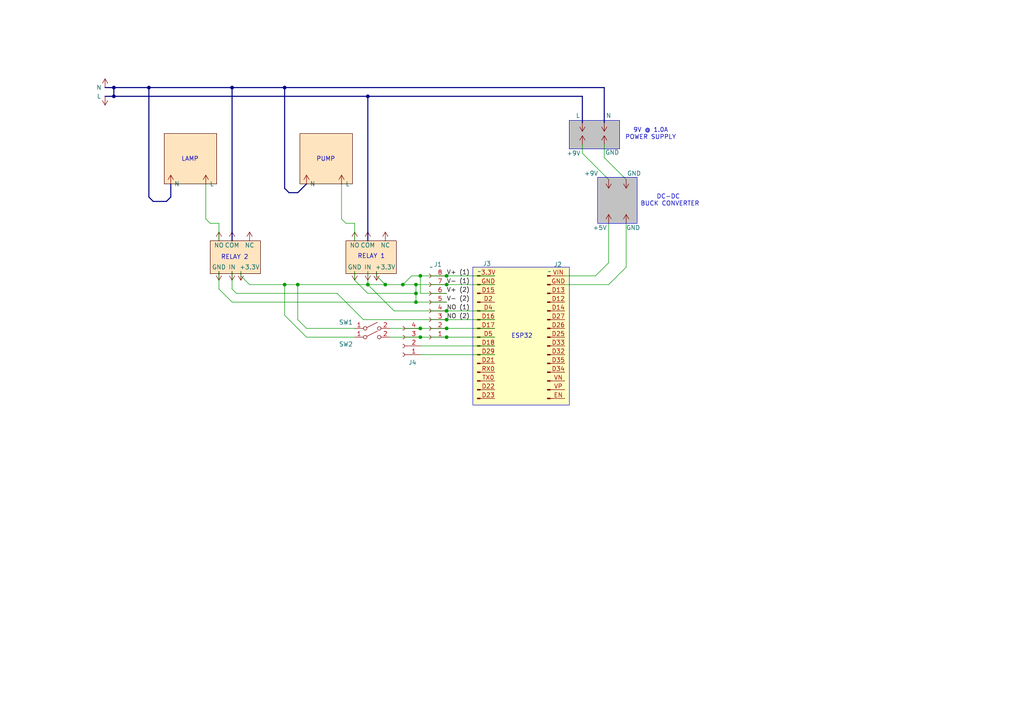
<source format=kicad_sch>
(kicad_sch (version 20250114) (generator "eeschema") (generator_version "9.0")
  (paper "A4")
  (lib_symbols
    (symbol "Conn_01x15_Pin_1" (pin_names (offset 1.016) (hide yes))
      (property "Reference" "J3" (at 0.635 22.86 0))
      (property "Value" "Conn_01x15_Pin" (at 0.635 20.32 0))
      (symbol "Conn_01x15_Pin_1_1_1"
        (rectangle (start 0.8636 17.907) (end 0 17.653) (stroke (width 0.1524)) (fill (type outline)))
        (rectangle (start 0.8636 15.367) (end 0 15.113) (stroke (width 0.1524)) (fill (type outline)))
        (rectangle (start 0.8636 12.827) (end 0 12.573) (stroke (width 0.1524)) (fill (type outline)))
        (rectangle (start 0.8636 10.287) (end 0 10.033) (stroke (width 0.1524)) (fill (type outline)))
        (rectangle (start 0.8636 7.747) (end 0 7.493) (stroke (width 0.1524)) (fill (type outline)))
        (rectangle (start 0.8636 5.207) (end 0 4.953) (stroke (width 0.1524)) (fill (type outline)))
        (rectangle (start 0.8636 2.667) (end 0 2.413) (stroke (width 0.1524)) (fill (type outline)))
        (rectangle (start 0.8636 0.127) (end 0 -0.127) (stroke (width 0.1524)) (fill (type outline)))
        (rectangle (start 0.8636 -2.413) (end 0 -2.667) (stroke (width 0.1524)) (fill (type outline)))
        (rectangle (start 0.8636 -4.953) (end 0 -5.207) (stroke (width 0.1524)) (fill (type outline)))
        (rectangle (start 0.8636 -7.493) (end 0 -7.747) (stroke (width 0.1524)) (fill (type outline)))
        (rectangle (start 0.8636 -10.033) (end 0 -10.287) (stroke (width 0.1524)) (fill (type outline)))
        (rectangle (start 0.8636 -12.573) (end 0 -12.827) (stroke (width 0.1524)) (fill (type outline)))
        (rectangle (start 0.8636 -15.113) (end 0 -15.367) (stroke (width 0.1524)) (fill (type outline)))
        (rectangle (start 0.8636 -17.653) (end 0 -17.907) (stroke (width 0.1524)) (fill (type outline)))
        (polyline (pts (xy 1.27 17.78) (xy 0.8636 17.78)) (stroke (width 0.1524)))
        (polyline (pts (xy 1.27 15.24) (xy 0.8636 15.24)) (stroke (width 0.1524)))
        (polyline (pts (xy 1.27 12.7) (xy 0.8636 12.7)) (stroke (width 0.1524)))
        (polyline (pts (xy 1.27 10.16) (xy 0.8636 10.16)) (stroke (width 0.1524)))
        (polyline (pts (xy 1.27 7.62) (xy 0.8636 7.62)) (stroke (width 0.1524)))
        (polyline (pts (xy 1.27 5.08) (xy 0.8636 5.08)) (stroke (width 0.1524)))
        (polyline (pts (xy 1.27 2.54) (xy 0.8636 2.54)) (stroke (width 0.1524)))
        (polyline (pts (xy 1.27 0) (xy 0.8636 0)) (stroke (width 0.1524)))
        (polyline (pts (xy 1.27 -2.54) (xy 0.8636 -2.54)) (stroke (width 0.1524)))
        (polyline (pts (xy 1.27 -5.08) (xy 0.8636 -5.08)) (stroke (width 0.1524)))
        (polyline (pts (xy 1.27 -7.62) (xy 0.8636 -7.62)) (stroke (width 0.1524)))
        (polyline (pts (xy 1.27 -10.16) (xy 0.8636 -10.16)) (stroke (width 0.1524)))
        (polyline (pts (xy 1.27 -12.7) (xy 0.8636 -12.7)) (stroke (width 0.1524)))
        (polyline (pts (xy 1.27 -15.24) (xy 0.8636 -15.24)) (stroke (width 0.1524)))
        (polyline (pts (xy 1.27 -17.78) (xy 0.8636 -17.78)) (stroke (width 0.1524)))
        (pin passive line (at 5.08 17.78 180) (length 3.81) (name "Pin_1") (number "3.3V"))
        (pin passive line (at 5.08 15.24 180) (length 3.81) (name "Pin_2") (number "GND"))
        (pin passive line (at 5.08 12.7 180) (length 3.81) (name "Pin_3") (number "D15"))
        (pin passive line (at 5.08 10.16 180) (length 3.81) (name "Pin_4") (number "D2"))
        (pin passive line (at 5.08 7.62 180) (length 3.81) (name "Pin_5") (number "D4"))
        (pin passive line (at 5.08 5.08 180) (length 3.81) (name "Pin_6") (number "D16"))
        (pin passive line (at 5.08 2.54 180) (length 3.81) (name "Pin_7") (number "D17"))
        (pin passive line (at 5.08 0 180) (length 3.81) (name "Pin_8") (number "D5"))
        (pin passive line (at 5.08 -2.54 180) (length 3.81) (name "9") (number "D18"))
        (pin passive line (at 5.08 -5.08 180) (length 3.81) (name "Pin_10") (number "D29"))
        (pin passive line (at 5.08 -7.62 180) (length 3.81) (name "Pin_11") (number "D21"))
        (pin passive line (at 5.08 -10.16 180) (length 3.81) (name "Pin_12") (number "RX0"))
        (pin passive line (at 5.08 -12.7 180) (length 3.81) (name "Pin_13") (number "TX0"))
        (pin passive line (at 5.08 -15.24 180) (length 3.81) (name "Pin_14") (number "D22"))
        (pin passive line (at 5.08 -17.78 180) (length 3.81) (name "Pin_15") (number "D23"))
      )
    )
    (symbol "Connector:Conn_01x04_Socket" (pin_names (offset 1.016) (hide yes))
      (property "Reference" "J" (at 0 5.08 0))
      (property "Value" "Conn_01x04_Socket" (at 0 -7.62 0))
      (symbol "Conn_01x04_Socket_1_1"
        (polyline (pts (xy -1.27 2.54) (xy -0.508 2.54)) (stroke (width 0.1524)))
        (polyline (pts (xy -1.27 0) (xy -0.508 0)) (stroke (width 0.1524)))
        (polyline (pts (xy -1.27 -2.54) (xy -0.508 -2.54)) (stroke (width 0.1524)))
        (polyline (pts (xy -1.27 -5.08) (xy -0.508 -5.08)) (stroke (width 0.1524)))
        (arc (start 0 2.032) (mid -0.5058 2.54) (end 0 3.048) (stroke (width 0.1524)))
        (arc (start 0 -0.508) (mid -0.5058 0) (end 0 0.508) (stroke (width 0.1524)))
        (arc (start 0 -3.048) (mid -0.5058 -2.54) (end 0 -2.032) (stroke (width 0.1524)))
        (arc (start 0 -5.588) (mid -0.5058 -5.08) (end 0 -4.572) (stroke (width 0.1524)))
        (pin passive line (at -5.08 2.54 0) (length 3.81) (name "Pin_1") (number "1"))
        (pin passive line (at -5.08 0 0) (length 3.81) (name "Pin_2") (number "2"))
        (pin passive line (at -5.08 -2.54 0) (length 3.81) (name "Pin_3") (number "3"))
        (pin passive line (at -5.08 -5.08 0) (length 3.81) (name "Pin_4") (number "4"))
      )
    )
    (symbol "Connector:Conn_01x08_Socket" (pin_names (offset 1.016) (hide yes))
      (property "Reference" "J" (at 0 10.16 0))
      (property "Value" "Conn_01x08_Socket" (at 0 -12.7 0))
      (symbol "Conn_01x08_Socket_1_1"
        (polyline (pts (xy -1.27 7.62) (xy -0.508 7.62)) (stroke (width 0.1524)))
        (polyline (pts (xy -1.27 5.08) (xy -0.508 5.08)) (stroke (width 0.1524)))
        (polyline (pts (xy -1.27 2.54) (xy -0.508 2.54)) (stroke (width 0.1524)))
        (polyline (pts (xy -1.27 0) (xy -0.508 0)) (stroke (width 0.1524)))
        (polyline (pts (xy -1.27 -2.54) (xy -0.508 -2.54)) (stroke (width 0.1524)))
        (polyline (pts (xy -1.27 -5.08) (xy -0.508 -5.08)) (stroke (width 0.1524)))
        (polyline (pts (xy -1.27 -7.62) (xy -0.508 -7.62)) (stroke (width 0.1524)))
        (polyline (pts (xy -1.27 -10.16) (xy -0.508 -10.16)) (stroke (width 0.1524)))
        (arc (start 0 7.112) (mid -0.5058 7.62) (end 0 8.128) (stroke (width 0.1524)))
        (arc (start 0 4.572) (mid -0.5058 5.08) (end 0 5.588) (stroke (width 0.1524)))
        (arc (start 0 2.032) (mid -0.5058 2.54) (end 0 3.048) (stroke (width 0.1524)))
        (arc (start 0 -0.508) (mid -0.5058 0) (end 0 0.508) (stroke (width 0.1524)))
        (arc (start 0 -3.048) (mid -0.5058 -2.54) (end 0 -2.032) (stroke (width 0.1524)))
        (arc (start 0 -5.588) (mid -0.5058 -5.08) (end 0 -4.572) (stroke (width 0.1524)))
        (arc (start 0 -8.128) (mid -0.5058 -7.62) (end 0 -7.112) (stroke (width 0.1524)))
        (arc (start 0 -10.668) (mid -0.5058 -10.16) (end 0 -9.652) (stroke (width 0.1524)))
        (pin passive line (at -5.08 7.62 0) (length 3.81) (name "Pin_1") (number "1"))
        (pin passive line (at -5.08 5.08 0) (length 3.81) (name "Pin_2") (number "2"))
        (pin passive line (at -5.08 2.54 0) (length 3.81) (name "Pin_3") (number "3"))
        (pin passive line (at -5.08 0 0) (length 3.81) (name "Pin_4") (number "4"))
        (pin passive line (at -5.08 -2.54 0) (length 3.81) (name "Pin_5") (number "5"))
        (pin passive line (at -5.08 -5.08 0) (length 3.81) (name "Pin_6") (number "6"))
        (pin passive line (at -5.08 -7.62 0) (length 3.81) (name "Pin_7") (number "7"))
        (pin passive line (at -5.08 -10.16 0) (length 3.81) (name "Pin_8") (number "8"))
      )
    )
    (symbol "Connector:Conn_01x15_Pin" (pin_names (offset 1.016) (hide yes))
      (property "Reference" "J2" (at 0.635 22.86 0))
      (property "Value" "Conn_01x15_Pin" (at 0.635 20.32 0))
      (symbol "Conn_01x15_Pin_1_1"
        (rectangle (start 0.8636 17.907) (end 0 17.653) (stroke (width 0.1524)) (fill (type outline)))
        (rectangle (start 0.8636 15.367) (end 0 15.113) (stroke (width 0.1524)) (fill (type outline)))
        (rectangle (start 0.8636 12.827) (end 0 12.573) (stroke (width 0.1524)) (fill (type outline)))
        (rectangle (start 0.8636 10.287) (end 0 10.033) (stroke (width 0.1524)) (fill (type outline)))
        (rectangle (start 0.8636 7.747) (end 0 7.493) (stroke (width 0.1524)) (fill (type outline)))
        (rectangle (start 0.8636 5.207) (end 0 4.953) (stroke (width 0.1524)) (fill (type outline)))
        (rectangle (start 0.8636 2.667) (end 0 2.413) (stroke (width 0.1524)) (fill (type outline)))
        (rectangle (start 0.8636 0.127) (end 0 -0.127) (stroke (width 0.1524)) (fill (type outline)))
        (rectangle (start 0.8636 -2.413) (end 0 -2.667) (stroke (width 0.1524)) (fill (type outline)))
        (rectangle (start 0.8636 -4.953) (end 0 -5.207) (stroke (width 0.1524)) (fill (type outline)))
        (rectangle (start 0.8636 -7.493) (end 0 -7.747) (stroke (width 0.1524)) (fill (type outline)))
        (rectangle (start 0.8636 -10.033) (end 0 -10.287) (stroke (width 0.1524)) (fill (type outline)))
        (rectangle (start 0.8636 -12.573) (end 0 -12.827) (stroke (width 0.1524)) (fill (type outline)))
        (rectangle (start 0.8636 -15.113) (end 0 -15.367) (stroke (width 0.1524)) (fill (type outline)))
        (rectangle (start 0.8636 -17.653) (end 0 -17.907) (stroke (width 0.1524)) (fill (type outline)))
        (polyline (pts (xy 1.27 17.78) (xy 0.8636 17.78)) (stroke (width 0.1524)))
        (polyline (pts (xy 1.27 15.24) (xy 0.8636 15.24)) (stroke (width 0.1524)))
        (polyline (pts (xy 1.27 12.7) (xy 0.8636 12.7)) (stroke (width 0.1524)))
        (polyline (pts (xy 1.27 10.16) (xy 0.8636 10.16)) (stroke (width 0.1524)))
        (polyline (pts (xy 1.27 7.62) (xy 0.8636 7.62)) (stroke (width 0.1524)))
        (polyline (pts (xy 1.27 5.08) (xy 0.8636 5.08)) (stroke (width 0.1524)))
        (polyline (pts (xy 1.27 2.54) (xy 0.8636 2.54)) (stroke (width 0.1524)))
        (polyline (pts (xy 1.27 0) (xy 0.8636 0)) (stroke (width 0.1524)))
        (polyline (pts (xy 1.27 -2.54) (xy 0.8636 -2.54)) (stroke (width 0.1524)))
        (polyline (pts (xy 1.27 -5.08) (xy 0.8636 -5.08)) (stroke (width 0.1524)))
        (polyline (pts (xy 1.27 -7.62) (xy 0.8636 -7.62)) (stroke (width 0.1524)))
        (polyline (pts (xy 1.27 -10.16) (xy 0.8636 -10.16)) (stroke (width 0.1524)))
        (polyline (pts (xy 1.27 -12.7) (xy 0.8636 -12.7)) (stroke (width 0.1524)))
        (polyline (pts (xy 1.27 -15.24) (xy 0.8636 -15.24)) (stroke (width 0.1524)))
        (polyline (pts (xy 1.27 -17.78) (xy 0.8636 -17.78)) (stroke (width 0.1524)))
        (pin passive line (at 5.08 17.78 180) (length 3.81) (name "Pin_1") (number "VIN"))
        (pin passive line (at 5.08 15.24 180) (length 3.81) (name "Pin_2") (number "GND"))
        (pin passive line (at 5.08 12.7 180) (length 3.81) (name "Pin_3") (number "D13"))
        (pin passive line (at 5.08 10.16 180) (length 3.81) (name "Pin_4") (number "D12"))
        (pin passive line (at 5.08 7.62 180) (length 3.81) (name "Pin_5") (number "D14"))
        (pin passive line (at 5.08 5.08 180) (length 3.81) (name "6") (number "D27"))
        (pin passive line (at 5.08 2.54 180) (length 3.81) (name "Pin_7") (number "D26"))
        (pin passive line (at 5.08 0 180) (length 3.81) (name "Pin_8") (number "D25"))
        (pin passive line (at 5.08 -2.54 180) (length 3.81) (name "Pin_9") (number "D33"))
        (pin passive line (at 5.08 -5.08 180) (length 3.81) (name "Pin_10") (number "D32"))
        (pin passive line (at 5.08 -7.62 180) (length 3.81) (name "Pin_11") (number "D35"))
        (pin passive line (at 5.08 -10.16 180) (length 3.81) (name "Pin_12") (number "D34"))
        (pin passive line (at 5.08 -12.7 180) (length 3.81) (name "Pin_13") (number "VN"))
        (pin passive line (at 5.08 -15.24 180) (length 3.81) (name "Pin_14") (number "VP"))
        (pin passive line (at 5.08 -17.78 180) (length 3.81) (name "Pin_15") (number "EN"))
      )
    )
    (symbol "Switch:SW_SPST" (pin_names (offset 0) (hide yes))
      (property "Reference" "SW" (at 0 3.175 0))
      (property "Value" "SW_SPST" (at 0 -2.54 0))
      (symbol "SW_SPST_0_0"
        (circle (center -2.032 0) (radius 0.508))
        (polyline (pts (xy -1.524 0.254) (xy 1.524 1.778)))
        (circle (center 2.032 0) (radius 0.508))
      )
      (symbol "SW_SPST_1_1"
        (pin passive line (at -5.08 0 0) (length 2.54) (name "A") (number "1"))
        (pin passive line (at 5.08 0 180) (length 2.54) (name "B") (number "2"))
      )
    )
    (symbol "power:+9V" (power) (pin_numbers (hide yes)) (pin_names (offset 0) (hide yes))
      (property "Value" "+9V" (at 0 3.556 0))
      (symbol "+9V_0_1"
        (polyline (pts (xy -0.762 1.27) (xy 0 2.54)))
        (polyline (pts (xy 0 2.54) (xy 0.762 1.27)))
        (polyline (pts (xy 0 0) (xy 0 2.54)))
      )
      (symbol "+9V_1_1"
        (pin power_in line (at 0 0 90) (length 0) (name "~") (number "1"))
      )
    )
  )
  (rectangle (start 100.33 69.85) (end 114.935 79.375) (stroke (width 0) (color 72 0 0 1)) (fill (type color) (color 255 229 191 1)))
  (rectangle (start 165.1 34.925) (end 179.705 43.18) (fill (type color) (color 194 194 194 1)))
  (rectangle (start 173.355 51.435) (end 184.785 64.77) (fill (type color) (color 194 194 194 1)))
  (rectangle (start 47.625 38.735) (end 62.865 53.34) (stroke (width 0) (color 72 0 0 1)) (fill (type color) (color 255 229 191 1)))
  (rectangle (start 137.16 77.47) (end 165.1 117.475) (fill (type color) (color 255 255 194 1)))
  (rectangle (start 60.96 69.85) (end 75.565 79.375) (stroke (width 0) (color 72 0 0 1)) (fill (type color) (color 255 229 191 1)))
  (rectangle (start 86.995 38.735) (end 102.235 53.34) (stroke (width 0) (color 72 0 0 1)) (fill (type color) (color 255 229 191 1)))
  (text "ESP32" (at 151.384 97.536 0) (effects (font (size 1.27 1.27))))
  (text "PUMP\n" (at 94.488 46.228 0) (effects (font (size 1.27 1.27))))
  (text "9V @ 1.0A\nPOWER SUPPLY" (at 188.722 38.862 0) (effects (font (size 1.27 1.27))))
  (text "RELAY 1" (at 107.696 74.422 0) (effects (font (size 1.27 1.27))))
  (text "RELAY 2" (at 68.072 74.676 0) (effects (font (size 1.27 1.27))))
  (text "DC-DC \nBUCK CONVERTER\n" (at 194.31 58.166 0) (effects (font (size 1.27 1.27))))
  (text "LAMP\n" (at 55.118 46.228 0) (effects (font (size 1.27 1.27))))
  (junction (at 82.55 82.55))
  (junction (at 129.54 90.17))
  (junction (at 33.02 25.4))
  (junction (at 120.65 87.63))
  (junction (at 129.54 97.79))
  (junction (at 116.84 82.55))
  (junction (at 86.36 82.55))
  (junction (at 82.55 25.4))
  (junction (at 106.68 27.94))
  (junction (at 111.76 82.55))
  (junction (at 121.92 80.01))
  (junction (at 43.18 25.4))
  (junction (at 106.68 82.55))
  (junction (at 121.92 95.25))
  (junction (at 129.54 80.01))
  (junction (at 120.65 82.55))
  (junction (at 33.02 27.94))
  (junction (at 129.54 95.25))
  (junction (at 121.92 97.79))
  (junction (at 67.31 25.4))
  (junction (at 129.54 92.71))
  (junction (at 120.65 85.09))
  (junction (at 129.54 82.55))
  (wire (pts (xy 120.65 87.63) (xy 129.54 87.63)))
  (wire (pts (xy 175.26 45.72) (xy 181.61 52.07)))
  (wire (pts (xy 113.03 97.79) (xy 121.92 97.79)))
  (wire (pts (xy 114.3 90.17) (xy 129.54 90.17)))
  (bus (pts (xy 33.02 27.94) (xy 33.02 25.4)))
  (wire (pts (xy 116.84 82.55) (xy 119.38 80.01)))
  (wire (pts (xy 86.36 82.55) (xy 86.36 92.71)))
  (wire (pts (xy 63.5 78.74) (xy 63.5 83.82)))
  (bus (pts (xy 82.55 25.4) (xy 175.26 25.4)))
  (wire (pts (xy 109.22 80.01) (xy 111.76 82.55)))
  (wire (pts (xy 86.36 92.71) (xy 88.9 95.25)))
  (wire (pts (xy 120.65 82.55) (xy 120.65 85.09)))
  (bus (pts (xy 168.91 27.94) (xy 168.91 35.56)))
  (wire (pts (xy 121.92 97.79) (xy 129.54 97.79)))
  (wire (pts (xy 113.03 95.25) (xy 121.92 95.25)))
  (wire (pts (xy 68.58 85.09) (xy 97.79 85.09)))
  (bus (pts (xy 67.31 25.4) (xy 82.55 25.4)))
  (wire (pts (xy 121.92 85.09) (xy 129.54 85.09)))
  (wire (pts (xy 129.54 97.79) (xy 143.51 97.79)))
  (wire (pts (xy 176.53 64.77) (xy 176.53 76.2)))
  (bus (pts (xy 44.45 58.42) (xy 43.18 57.15)))
  (wire (pts (xy 69.85 78.74) (xy 69.85 80.01)))
  (wire (pts (xy 102.87 78.74) (xy 102.87 81.28)))
  (bus (pts (xy 106.68 27.94) (xy 168.91 27.94)))
  (bus (pts (xy 43.18 25.4) (xy 43.18 57.15)))
  (bus (pts (xy 49.53 53.34) (xy 49.53 57.15)))
  (wire (pts (xy 163.83 80.01) (xy 172.72 80.01)))
  (bus (pts (xy 43.18 25.4) (xy 67.31 25.4)))
  (bus (pts (xy 44.45 58.42) (xy 48.26 58.42)))
  (wire (pts (xy 60.96 64.77) (xy 63.5 64.77)))
  (wire (pts (xy 105.41 92.71) (xy 129.54 92.71)))
  (wire (pts (xy 175.26 41.91) (xy 175.26 45.72)))
  (wire (pts (xy 129.54 95.25) (xy 143.51 95.25)))
  (wire (pts (xy 102.87 81.28) (xy 106.68 85.09)))
  (bus (pts (xy 30.48 25.4) (xy 33.02 25.4)))
  (wire (pts (xy 129.54 90.17) (xy 143.51 90.17)))
  (bus (pts (xy 33.02 25.4) (xy 43.18 25.4)))
  (wire (pts (xy 111.76 82.55) (xy 116.84 82.55)))
  (wire (pts (xy 102.87 64.77) (xy 102.87 69.85)))
  (wire (pts (xy 106.68 78.74) (xy 106.68 82.55)))
  (wire (pts (xy 59.69 63.5) (xy 60.96 64.77)))
  (wire (pts (xy 181.61 77.47) (xy 176.53 82.55)))
  (wire (pts (xy 168.91 44.45) (xy 176.53 52.07)))
  (wire (pts (xy 97.79 85.09) (xy 105.41 92.71)))
  (wire (pts (xy 63.5 83.82) (xy 67.31 87.63)))
  (wire (pts (xy 121.92 100.33) (xy 143.51 100.33)))
  (wire (pts (xy 116.84 82.55) (xy 120.65 82.55)))
  (wire (pts (xy 106.68 82.55) (xy 111.76 82.55)))
  (wire (pts (xy 63.5 64.77) (xy 63.5 69.85)))
  (wire (pts (xy 168.91 41.91) (xy 168.91 44.45)))
  (wire (pts (xy 181.61 77.47) (xy 181.61 64.77)))
  (wire (pts (xy 129.54 82.55) (xy 143.51 82.55)))
  (wire (pts (xy 163.83 82.55) (xy 176.53 82.55)))
  (wire (pts (xy 69.85 80.01) (xy 72.39 82.55)))
  (wire (pts (xy 99.06 63.5) (xy 100.33 64.77)))
  (wire (pts (xy 172.72 80.01) (xy 176.53 76.2)))
  (wire (pts (xy 82.55 82.55) (xy 86.36 82.55)))
  (wire (pts (xy 109.22 78.74) (xy 109.22 80.01)))
  (wire (pts (xy 99.06 53.34) (xy 99.06 63.5)))
  (wire (pts (xy 120.65 85.09) (xy 120.65 87.63)))
  (wire (pts (xy 129.54 92.71) (xy 143.51 92.71)))
  (bus (pts (xy 67.31 25.4) (xy 67.31 69.85)))
  (wire (pts (xy 121.92 102.87) (xy 143.51 102.87)))
  (wire (pts (xy 121.92 80.01) (xy 129.54 80.01)))
  (wire (pts (xy 120.65 87.63) (xy 67.31 87.63)))
  (bus (pts (xy 175.26 25.4) (xy 175.26 35.56)))
  (bus (pts (xy 82.55 25.4) (xy 82.55 54.61)))
  (wire (pts (xy 100.33 64.77) (xy 102.87 64.77)))
  (wire (pts (xy 82.55 82.55) (xy 82.55 91.44)))
  (wire (pts (xy 67.31 83.82) (xy 68.58 85.09)))
  (bus (pts (xy 83.82 55.88) (xy 82.55 54.61)))
  (wire (pts (xy 88.9 95.25) (xy 102.87 95.25)))
  (wire (pts (xy 67.31 78.74) (xy 67.31 83.82)))
  (wire (pts (xy 106.68 85.09) (xy 120.65 85.09)))
  (bus (pts (xy 88.9 53.34) (xy 86.36 55.88)))
  (bus (pts (xy 30.48 27.94) (xy 33.02 27.94)))
  (wire (pts (xy 88.9 97.79) (xy 102.87 97.79)))
  (wire (pts (xy 119.38 80.01) (xy 121.92 80.01)))
  (bus (pts (xy 49.53 57.15) (xy 48.26 58.42)))
  (bus (pts (xy 33.02 27.94) (xy 106.68 27.94)))
  (wire (pts (xy 72.39 82.55) (xy 82.55 82.55)))
  (wire (pts (xy 86.36 82.55) (xy 106.68 82.55)))
  (wire (pts (xy 120.65 82.55) (xy 129.54 82.55)))
  (wire (pts (xy 121.92 80.01) (xy 121.92 85.09)))
  (wire (pts (xy 59.69 53.34) (xy 59.69 63.5)))
  (wire (pts (xy 129.54 80.01) (xy 143.51 80.01)))
  (wire (pts (xy 82.55 91.44) (xy 88.9 97.79)))
  (bus (pts (xy 106.68 27.94) (xy 106.68 69.85)))
  (wire (pts (xy 121.92 95.25) (xy 129.54 95.25)))
  (wire (pts (xy 106.68 82.55) (xy 114.3 90.17)))
  (bus (pts (xy 83.82 55.88) (xy 86.36 55.88)))
  (label "V+ (1)" (at 129.54 80.01 0))
  (label "V- (2)" (at 129.54 87.63 0))
  (label "V- (1)" (at 129.54 82.55 0))
  (label "NO (2)" (at 129.54 92.71 0))
  (label "NO (1)" (at 129.54 90.17 0))
  (label "V+ (2)" (at 129.54 85.09 0))
  (symbol (lib_id "power:+9V") (at 63.5 78.74 180) (unit 1)
    (property "Reference" "#PWR025" (effects (hide yes)))
    (property "Value" "GND" (at 63.5 77.47 0))
    (property "Description" "Power symbol creates a global label with name \"+9V\"" (effects (hide yes)))
  )
  (symbol (lib_id "power:+9V") (at 30.48 25.4 0) (unit 1)
    (property "Reference" "#PWR09" (effects (hide yes)))
    (property "Value" "N" (at 28.702 25.4 0))
    (property "Description" "Power symbol creates a global label with name \"+9V\"" (effects (hide yes)))
  )
  (symbol (lib_id "power:+9V") (at 69.85 78.74 180) (unit 1)
    (property "Reference" "#PWR029" (effects (hide yes)))
    (property "Value" "+3.3V" (at 72.39 77.47 0))
    (property "Description" "Power symbol creates a global label with name \"+9V\"" (effects (hide yes)))
  )
  (symbol (lib_id "power:+9V") (at 67.31 69.85 0) (unit 1)
    (property "Reference" "#PWR027" (effects (hide yes)))
    (property "Value" "COM" (at 67.31 71.12 0))
    (property "Description" "Power symbol creates a global label with name \"+9V\"" (effects (hide yes)))
  )
  (symbol (lib_id "Connector:Conn_01x04_Socket") (at 116.84 100.33 180) (unit 1)
    (property "Reference" "J4" (at 119.634 105.156 0))
    (property "Value" "Conn_01x04_Socket" (effects (hide yes)))
    (property "Description" "Generic connector, single row, 01x04, script generated" (effects (hide yes)))
  )
  (symbol (lib_id "Connector:Conn_01x15_Pin") (at 158.75 97.79 0) (unit 1)
    (property "Reference" "J2" (at 161.798 76.708 0))
    (property "Value" "~" (at 159.385 78.74 0))
    (property "Description" "Generic connector, single row, 01x15, script generated" (effects (hide yes)))
  )
  (symbol (lib_id "power:+9V") (at 49.53 53.34 0) (unit 1)
    (property "Reference" "#PWR022" (effects (hide yes)))
    (property "Value" "N" (at 51.308 53.34 0))
    (property "Description" "Power symbol creates a global label with name \"+9V\"" (effects (hide yes)))
  )
  (symbol (lib_id "power:+9V") (at 111.76 69.85 0) (unit 1)
    (property "Reference" "#PWR016" (effects (hide yes)))
    (property "Value" "NC" (at 111.76 71.12 0))
    (property "Description" "Power symbol creates a global label with name \"+9V\"" (effects (hide yes)))
  )
  (symbol (lib_id "power:+9V") (at 106.68 69.85 0) (unit 1)
    (property "Reference" "#PWR015" (effects (hide yes)))
    (property "Value" "COM" (at 106.68 71.12 0))
    (property "Description" "Power symbol creates a global label with name \"+9V\"" (effects (hide yes)))
  )
  (symbol (lib_id "power:+9V") (at 88.9 53.34 0) (unit 1)
    (property "Reference" "#PWR019" (effects (hide yes)))
    (property "Value" "N" (at 90.678 53.34 0))
    (property "Description" "Power symbol creates a global label with name \"+9V\"" (effects (hide yes)))
  )
  (symbol (lib_id "power:+9V") (at 175.26 35.56 180) (unit 1)
    (property "Reference" "#PWR08" (effects (hide yes)))
    (property "Value" "N" (at 176.53 33.528 0))
    (property "Description" "Power symbol creates a global label with name \"+9V\"" (effects (hide yes)))
  )
  (symbol (lib_id "power:+9V") (at 176.53 52.07 180) (unit 1)
    (property "Reference" "#PWR01" (effects (hide yes)))
    (property "Value" "+9V" (at 171.45 50.292 0))
    (property "Description" "Power symbol creates a global label with name \"+9V\"" (effects (hide yes)))
  )
  (symbol (lib_id "Switch:SW_SPST") (at 107.95 95.25 0) (unit 1)
    (property "Reference" "SW1" (at 100.33 93.472 0))
    (property "Value" "SW_SPST" (effects (hide yes)))
    (property "Description" "Single Pole Single Throw (SPST) switch" (effects (hide yes)))
  )
  (symbol (lib_name "Conn_01x15_Pin_1") (lib_id "Connector:Conn_01x15_Pin") (at 138.43 97.79 0) (unit 1)
    (property "Reference" "J3" (at 141.224 76.454 0))
    (property "Value" "~" (at 139.065 78.74 0))
    (property "Description" "Generic connector, single row, 01x15, script generated" (effects (hide yes)))
  )
  (symbol (lib_id "power:+9V") (at 102.87 69.85 0) (unit 1)
    (property "Reference" "#PWR014" (effects (hide yes)))
    (property "Value" "NO" (at 102.87 71.12 0))
    (property "Description" "Power symbol creates a global label with name \"+9V\"" (effects (hide yes)))
  )
  (symbol (lib_id "power:+9V") (at 176.53 64.77 0) (unit 1)
    (property "Reference" "#PWR02" (effects (hide yes)))
    (property "Value" "+5V" (at 173.99 66.04 0))
    (property "Description" "Power symbol creates a global label with name \"+9V\"" (effects (hide yes)))
  )
  (symbol (lib_id "power:+9V") (at 175.26 41.91 0) (unit 1)
    (property "Reference" "#PWR07" (effects (hide yes)))
    (property "Value" "GND" (at 177.546 44.196 0))
    (property "Description" "Power symbol creates a global label with name \"+9V\"" (effects (hide yes)))
  )
  (symbol (lib_id "power:+9V") (at 99.06 53.34 0) (unit 1)
    (property "Reference" "#PWR018" (effects (hide yes)))
    (property "Value" "L" (at 100.838 53.34 0))
    (property "Description" "Power symbol creates a global label with name \"+9V\"" (effects (hide yes)))
  )
  (symbol (lib_id "power:+9V") (at 181.61 52.07 180) (unit 1)
    (property "Reference" "#PWR06" (effects (hide yes)))
    (property "Value" "GND" (at 183.896 50.292 0))
    (property "Description" "Power symbol creates a global label with name \"+9V\"" (effects (hide yes)))
  )
  (symbol (lib_id "power:+9V") (at 63.5 69.85 0) (unit 1)
    (property "Reference" "#PWR024" (effects (hide yes)))
    (property "Value" "NO" (at 63.5 71.12 0))
    (property "Description" "Power symbol creates a global label with name \"+9V\"" (effects (hide yes)))
  )
  (symbol (lib_id "power:+9V") (at 72.39 69.85 0) (unit 1)
    (property "Reference" "#PWR030" (effects (hide yes)))
    (property "Value" "NC" (at 72.39 71.12 0))
    (property "Description" "Power symbol creates a global label with name \"+9V\"" (effects (hide yes)))
  )
  (symbol (lib_id "power:+9V") (at 181.61 64.77 0) (unit 1)
    (property "Reference" "#PWR05" (effects (hide yes)))
    (property "Value" "GND" (at 183.642 66.04 0))
    (property "Description" "Power symbol creates a global label with name \"+9V\"" (effects (hide yes)))
  )
  (symbol (lib_id "power:+9V") (at 102.87 78.74 180) (unit 1)
    (property "Reference" "#PWR013" (effects (hide yes)))
    (property "Value" "GND" (at 102.87 77.47 0))
    (property "Description" "Power symbol creates a global label with name \"+9V\"" (effects (hide yes)))
  )
  (symbol (lib_id "power:+9V") (at 106.68 78.74 180) (unit 1)
    (property "Reference" "#PWR012" (effects (hide yes)))
    (property "Value" "IN" (at 106.68 77.47 0))
    (property "Description" "Power symbol creates a global label with name \"+9V\"" (effects (hide yes)))
  )
  (symbol (lib_id "power:+9V") (at 109.22 78.74 180) (unit 1)
    (property "Reference" "#PWR011" (effects (hide yes)))
    (property "Value" "+3.3V" (at 111.76 77.47 0))
    (property "Description" "Power symbol creates a global label with name \"+9V\"" (effects (hide yes)))
  )
  (symbol (lib_id "power:+9V") (at 30.48 27.94 180) (unit 1)
    (property "Reference" "#PWR010" (effects (hide yes)))
    (property "Value" "L" (at 28.702 27.94 0))
    (property "Description" "Power symbol creates a global label with name \"+9V\"" (effects (hide yes)))
  )
  (symbol (lib_id "Connector:Conn_01x08_Socket") (at 124.46 90.17 180) (unit 1)
    (property "Reference" "J1" (at 127 76.708 0))
    (property "Value" "~" (at 125.095 77.47 0))
    (property "Footprint" "Connector_PinSocket_2.54mm:PinSocket_1x08_P2.54mm_Vertical" (effects (hide yes)))
    (property "Description" "Generic connector, single row, 01x08, script generated" (effects (hide yes)))
  )
  (symbol (lib_id "power:+9V") (at 67.31 78.74 180) (unit 1)
    (property "Reference" "#PWR028" (effects (hide yes)))
    (property "Value" "IN" (at 67.31 77.47 0))
    (property "Description" "Power symbol creates a global label with name \"+9V\"" (effects (hide yes)))
  )
  (symbol (lib_id "power:+9V") (at 59.69 53.34 0) (unit 1)
    (property "Reference" "#PWR023" (effects (hide yes)))
    (property "Value" "L" (at 61.468 53.34 0))
    (property "Description" "Power symbol creates a global label with name \"+9V\"" (effects (hide yes)))
  )
  (symbol (lib_id "Switch:SW_SPST") (at 107.95 97.79 0) (unit 1)
    (property "Reference" "SW2" (at 100.33 99.822 0))
    (property "Value" "SW_SPST" (effects (hide yes)))
    (property "Description" "Single Pole Single Throw (SPST) switch" (effects (hide yes)))
  )
  (symbol (lib_id "power:+9V") (at 168.91 35.56 180) (unit 1)
    (property "Reference" "#PWR04" (effects (hide yes)))
    (property "Value" "L" (at 167.64 33.528 0))
    (property "Description" "Power symbol creates a global label with name \"+9V\"" (effects (hide yes)))
  )
  (symbol (lib_id "power:+9V") (at 168.91 41.91 0) (unit 1)
    (property "Reference" "#PWR03" (effects (hide yes)))
    (property "Value" "+9V" (at 166.37 44.45 0))
    (property "Description" "Power symbol creates a global label with name \"+9V\"" (effects (hide yes)))
  )
)
</source>
